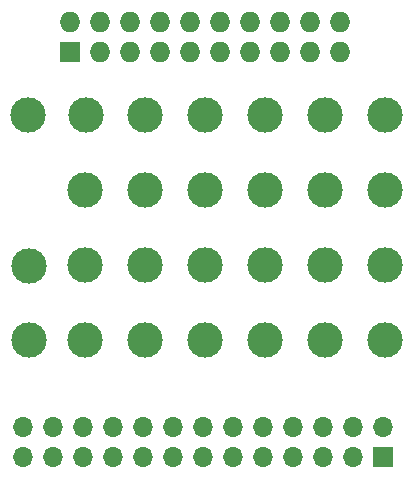
<source format=gbr>
G04 #@! TF.GenerationSoftware,KiCad,Pcbnew,(5.1.9)-1*
G04 #@! TF.CreationDate,2021-02-23T11:48:30+09:00*
G04 #@! TF.ProjectId,debugger,64656275-6767-4657-922e-6b696361645f,rev?*
G04 #@! TF.SameCoordinates,Original*
G04 #@! TF.FileFunction,Soldermask,Top*
G04 #@! TF.FilePolarity,Negative*
%FSLAX46Y46*%
G04 Gerber Fmt 4.6, Leading zero omitted, Abs format (unit mm)*
G04 Created by KiCad (PCBNEW (5.1.9)-1) date 2021-02-23 11:48:30*
%MOMM*%
%LPD*%
G01*
G04 APERTURE LIST*
%ADD10O,1.700000X1.700000*%
%ADD11R,1.700000X1.700000*%
%ADD12R,1.727200X1.727200*%
%ADD13O,1.727200X1.727200*%
%ADD14C,3.000000*%
G04 APERTURE END LIST*
D10*
X20828000Y-61595000D03*
X20828000Y-64135000D03*
X23368000Y-61595000D03*
X23368000Y-64135000D03*
X25908000Y-61595000D03*
X25908000Y-64135000D03*
X28448000Y-61595000D03*
X28448000Y-64135000D03*
X30988000Y-61595000D03*
X30988000Y-64135000D03*
X33528000Y-61595000D03*
X33528000Y-64135000D03*
X36068000Y-61595000D03*
X36068000Y-64135000D03*
X38608000Y-61595000D03*
X38608000Y-64135000D03*
X41148000Y-61595000D03*
X41148000Y-64135000D03*
X43688000Y-61595000D03*
X43688000Y-64135000D03*
X46228000Y-61595000D03*
X46228000Y-64135000D03*
X48768000Y-61595000D03*
X48768000Y-64135000D03*
X51308000Y-61595000D03*
D11*
X51308000Y-64135000D03*
D12*
X24765000Y-29845000D03*
D13*
X24765000Y-27305000D03*
X27305000Y-29845000D03*
X27305000Y-27305000D03*
X29845000Y-29845000D03*
X29845000Y-27305000D03*
X32385000Y-29845000D03*
X32385000Y-27305000D03*
X34925000Y-29845000D03*
X34925000Y-27305000D03*
X37465000Y-29845000D03*
X37465000Y-27305000D03*
X40005000Y-29845000D03*
X40005000Y-27305000D03*
X42545000Y-29845000D03*
X42545000Y-27305000D03*
X45085000Y-29845000D03*
X45085000Y-27305000D03*
X47625000Y-29845000D03*
X47625000Y-27305000D03*
D14*
X21209000Y-35179000D03*
X31115000Y-54229000D03*
X31115000Y-35179000D03*
X31115000Y-47879000D03*
X36195000Y-41529000D03*
X36195000Y-35179000D03*
X36195000Y-47879000D03*
X36195000Y-54229000D03*
X41275000Y-41529000D03*
X41275000Y-35179000D03*
X31115000Y-41529000D03*
X41275000Y-47879000D03*
X41275000Y-54229000D03*
X46355000Y-41529000D03*
X46355000Y-35179000D03*
X46355000Y-47879000D03*
X46355000Y-54229000D03*
X51435000Y-35179000D03*
X26035000Y-54229000D03*
X21336000Y-54229000D03*
X26035000Y-47879000D03*
X26162000Y-35179000D03*
X21336000Y-48006000D03*
X26035000Y-41529000D03*
X51435000Y-41529000D03*
X51435000Y-47879000D03*
X51435000Y-54229000D03*
M02*

</source>
